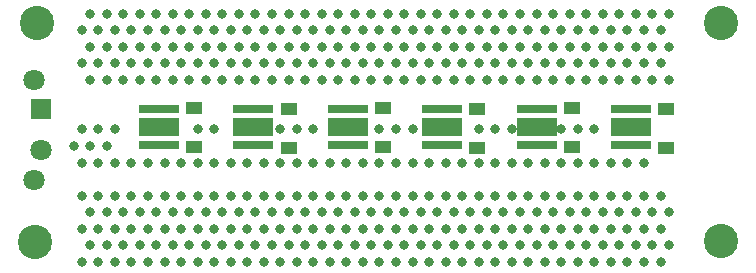
<source format=gts>
G04*
G04 #@! TF.GenerationSoftware,Altium Limited,Altium Designer,20.0.9 (164)*
G04*
G04 Layer_Color=8388736*
%FSLAX25Y25*%
%MOIN*%
G70*
G01*
G75*
%ADD15R,0.05603X0.04383*%
%ADD16R,0.13792X0.02769*%
%ADD17R,0.13792X0.05918*%
%ADD18C,0.11430*%
%ADD19R,0.07099X0.07099*%
%ADD20C,0.07099*%
%ADD21C,0.03162*%
%ADD22C,0.02769*%
D15*
X64961Y56614D02*
D03*
Y43701D02*
D03*
X222441Y56299D02*
D03*
Y43386D02*
D03*
X190945Y43701D02*
D03*
Y56614D02*
D03*
X159449Y56299D02*
D03*
Y43386D02*
D03*
X127953Y43701D02*
D03*
Y56614D02*
D03*
X96457Y56299D02*
D03*
Y43386D02*
D03*
D16*
X53150Y44488D02*
D03*
Y56299D02*
D03*
X84646Y44488D02*
D03*
Y56299D02*
D03*
X116142Y56299D02*
D03*
Y44488D02*
D03*
X147638Y44488D02*
D03*
Y56299D02*
D03*
X179134Y56299D02*
D03*
Y44488D02*
D03*
X210630Y44488D02*
D03*
Y56299D02*
D03*
D17*
X53150Y50394D02*
D03*
X84646D02*
D03*
X116142D02*
D03*
X147638D02*
D03*
X179134D02*
D03*
X210630D02*
D03*
D18*
X240500Y12500D02*
D03*
X12000Y12000D02*
D03*
X240500Y85000D02*
D03*
X12500D02*
D03*
D19*
X14000Y56406D02*
D03*
D20*
Y42626D02*
D03*
X11520Y66248D02*
D03*
Y32783D02*
D03*
D21*
X223228Y88189D02*
D03*
X220472Y82677D02*
D03*
X223228Y77165D02*
D03*
X220472Y71653D02*
D03*
X223228Y66142D02*
D03*
X220472Y27559D02*
D03*
X223228Y22047D02*
D03*
X220472Y16535D02*
D03*
X223228Y11024D02*
D03*
X220472Y5512D02*
D03*
X217717Y88189D02*
D03*
X214961Y82677D02*
D03*
X217717Y77165D02*
D03*
X214961Y71653D02*
D03*
X217717Y66142D02*
D03*
X214961Y38583D02*
D03*
Y27559D02*
D03*
X217717Y22047D02*
D03*
X214961Y16535D02*
D03*
X217717Y11024D02*
D03*
X214961Y5512D02*
D03*
X212205Y88189D02*
D03*
X209449Y82677D02*
D03*
X212205Y77165D02*
D03*
X209449Y71653D02*
D03*
X212205Y66142D02*
D03*
X209449Y38583D02*
D03*
Y27559D02*
D03*
X212205Y22047D02*
D03*
X209449Y16535D02*
D03*
X212205Y11024D02*
D03*
X209449Y5512D02*
D03*
X206693Y88189D02*
D03*
X203937Y82677D02*
D03*
X206693Y77165D02*
D03*
X203937Y71653D02*
D03*
X206693Y66142D02*
D03*
X203937Y38583D02*
D03*
Y27559D02*
D03*
X206693Y22047D02*
D03*
X203937Y16535D02*
D03*
X206693Y11024D02*
D03*
X203937Y5512D02*
D03*
X201181Y88189D02*
D03*
X198425Y82677D02*
D03*
X201181Y77165D02*
D03*
X198425Y71653D02*
D03*
X201181Y66142D02*
D03*
X198425Y49606D02*
D03*
Y38583D02*
D03*
Y27559D02*
D03*
X201181Y22047D02*
D03*
X198425Y16535D02*
D03*
X201181Y11024D02*
D03*
X198425Y5512D02*
D03*
X195669Y88189D02*
D03*
X192913Y82677D02*
D03*
X195669Y77165D02*
D03*
X192913Y71653D02*
D03*
X195669Y66142D02*
D03*
X192913Y49606D02*
D03*
Y38583D02*
D03*
Y27559D02*
D03*
X195669Y22047D02*
D03*
X192913Y16535D02*
D03*
X195669Y11024D02*
D03*
X192913Y5512D02*
D03*
X190157Y88189D02*
D03*
X187401Y82677D02*
D03*
X190157Y77165D02*
D03*
X187401Y71653D02*
D03*
X190157Y66142D02*
D03*
X187401Y49606D02*
D03*
Y38583D02*
D03*
Y27559D02*
D03*
X190157Y22047D02*
D03*
X187401Y16535D02*
D03*
X190157Y11024D02*
D03*
X187401Y5512D02*
D03*
X184646Y88189D02*
D03*
X181890Y82677D02*
D03*
X184646Y77165D02*
D03*
X181890Y71653D02*
D03*
X184646Y66142D02*
D03*
X181890Y38583D02*
D03*
Y27559D02*
D03*
X184646Y22047D02*
D03*
X181890Y16535D02*
D03*
X184646Y11024D02*
D03*
X181890Y5512D02*
D03*
X179134Y88189D02*
D03*
X176378Y82677D02*
D03*
X179134Y77165D02*
D03*
X176378Y71653D02*
D03*
X179134Y66142D02*
D03*
X176378Y38583D02*
D03*
Y27559D02*
D03*
X179134Y22047D02*
D03*
X176378Y16535D02*
D03*
X179134Y11024D02*
D03*
X176378Y5512D02*
D03*
X173622Y88189D02*
D03*
X170866Y82677D02*
D03*
X173622Y77165D02*
D03*
X170866Y71653D02*
D03*
X173622Y66142D02*
D03*
X170866Y49606D02*
D03*
Y38583D02*
D03*
Y27559D02*
D03*
X173622Y22047D02*
D03*
X170866Y16535D02*
D03*
X173622Y11024D02*
D03*
X170866Y5512D02*
D03*
X168110Y88189D02*
D03*
X165354Y82677D02*
D03*
X168110Y77165D02*
D03*
X165354Y71653D02*
D03*
X168110Y66142D02*
D03*
X165354Y49606D02*
D03*
Y38583D02*
D03*
Y27559D02*
D03*
X168110Y22047D02*
D03*
X165354Y16535D02*
D03*
X168110Y11024D02*
D03*
X165354Y5512D02*
D03*
X162598Y88189D02*
D03*
X159843Y82677D02*
D03*
X162598Y77165D02*
D03*
X159843Y71653D02*
D03*
X162598Y66142D02*
D03*
X159843Y49606D02*
D03*
Y38583D02*
D03*
Y27559D02*
D03*
X162598Y22047D02*
D03*
X159843Y16535D02*
D03*
X162598Y11024D02*
D03*
X159843Y5512D02*
D03*
X157087Y88189D02*
D03*
X154331Y82677D02*
D03*
X157087Y77165D02*
D03*
X154331Y71653D02*
D03*
X157087Y66142D02*
D03*
X154331Y38583D02*
D03*
Y27559D02*
D03*
X157087Y22047D02*
D03*
X154331Y16535D02*
D03*
X157087Y11024D02*
D03*
X154331Y5512D02*
D03*
X151575Y88189D02*
D03*
X148819Y82677D02*
D03*
X151575Y77165D02*
D03*
X148819Y71653D02*
D03*
X151575Y66142D02*
D03*
X148819Y38583D02*
D03*
Y27559D02*
D03*
X151575Y22047D02*
D03*
X148819Y16535D02*
D03*
X151575Y11024D02*
D03*
X148819Y5512D02*
D03*
X146063Y88189D02*
D03*
X143307Y82677D02*
D03*
X146063Y77165D02*
D03*
X143307Y71653D02*
D03*
X146063Y66142D02*
D03*
X143307Y38583D02*
D03*
Y27559D02*
D03*
X146063Y22047D02*
D03*
X143307Y16535D02*
D03*
X146063Y11024D02*
D03*
X143307Y5512D02*
D03*
X140551Y88189D02*
D03*
X137795Y82677D02*
D03*
X140551Y77165D02*
D03*
X137795Y71653D02*
D03*
X140551Y66142D02*
D03*
X137795Y49606D02*
D03*
Y38583D02*
D03*
Y27559D02*
D03*
X140551Y22047D02*
D03*
X137795Y16535D02*
D03*
X140551Y11024D02*
D03*
X137795Y5512D02*
D03*
X135039Y88189D02*
D03*
X132283Y82677D02*
D03*
X135039Y77165D02*
D03*
X132283Y71653D02*
D03*
X135039Y66142D02*
D03*
X132283Y49606D02*
D03*
Y38583D02*
D03*
Y27559D02*
D03*
X135039Y22047D02*
D03*
X132283Y16535D02*
D03*
X135039Y11024D02*
D03*
X132283Y5512D02*
D03*
X129527Y88189D02*
D03*
X126772Y82677D02*
D03*
X129527Y77165D02*
D03*
X126772Y71653D02*
D03*
X129527Y66142D02*
D03*
X126772Y49606D02*
D03*
Y38583D02*
D03*
Y27559D02*
D03*
X129527Y22047D02*
D03*
X126772Y16535D02*
D03*
X129527Y11024D02*
D03*
X126772Y5512D02*
D03*
X124016Y88189D02*
D03*
X121260Y82677D02*
D03*
X124016Y77165D02*
D03*
X121260Y71653D02*
D03*
X124016Y66142D02*
D03*
X121260Y38583D02*
D03*
Y27559D02*
D03*
X124016Y22047D02*
D03*
X121260Y16535D02*
D03*
X124016Y11024D02*
D03*
X121260Y5512D02*
D03*
X118504Y88189D02*
D03*
X115748Y82677D02*
D03*
X118504Y77165D02*
D03*
X115748Y71653D02*
D03*
X118504Y66142D02*
D03*
X115748Y38583D02*
D03*
Y27559D02*
D03*
X118504Y22047D02*
D03*
X115748Y16535D02*
D03*
X118504Y11024D02*
D03*
X115748Y5512D02*
D03*
X112992Y88189D02*
D03*
X110236Y82677D02*
D03*
X112992Y77165D02*
D03*
X110236Y71653D02*
D03*
X112992Y66142D02*
D03*
X110236Y38583D02*
D03*
Y27559D02*
D03*
X112992Y22047D02*
D03*
X110236Y16535D02*
D03*
X112992Y11024D02*
D03*
X110236Y5512D02*
D03*
X107480Y88189D02*
D03*
X104724Y82677D02*
D03*
X107480Y77165D02*
D03*
X104724Y71653D02*
D03*
X107480Y66142D02*
D03*
X104724Y49606D02*
D03*
Y38583D02*
D03*
Y27559D02*
D03*
X107480Y22047D02*
D03*
X104724Y16535D02*
D03*
X107480Y11024D02*
D03*
X104724Y5512D02*
D03*
X101969Y88189D02*
D03*
X99213Y82677D02*
D03*
X101969Y77165D02*
D03*
X99213Y71653D02*
D03*
X101969Y66142D02*
D03*
X99213Y49606D02*
D03*
Y38583D02*
D03*
Y27559D02*
D03*
X101969Y22047D02*
D03*
X99213Y16535D02*
D03*
X101969Y11024D02*
D03*
X99213Y5512D02*
D03*
X96457Y88189D02*
D03*
X93701Y82677D02*
D03*
X96457Y77165D02*
D03*
X93701Y71653D02*
D03*
X96457Y66142D02*
D03*
X93701Y49606D02*
D03*
Y38583D02*
D03*
Y27559D02*
D03*
X96457Y22047D02*
D03*
X93701Y16535D02*
D03*
X96457Y11024D02*
D03*
X93701Y5512D02*
D03*
X90945Y88189D02*
D03*
X88189Y82677D02*
D03*
X90945Y77165D02*
D03*
X88189Y71653D02*
D03*
X90945Y66142D02*
D03*
X88189Y38583D02*
D03*
Y27559D02*
D03*
X90945Y22047D02*
D03*
X88189Y16535D02*
D03*
X90945Y11024D02*
D03*
X88189Y5512D02*
D03*
X85433Y88189D02*
D03*
X82677Y82677D02*
D03*
X85433Y77165D02*
D03*
X82677Y71653D02*
D03*
X85433Y66142D02*
D03*
X82677Y38583D02*
D03*
Y27559D02*
D03*
X85433Y22047D02*
D03*
X82677Y16535D02*
D03*
X85433Y11024D02*
D03*
X82677Y5512D02*
D03*
X79921Y88189D02*
D03*
X77165Y82677D02*
D03*
X79921Y77165D02*
D03*
X77165Y71653D02*
D03*
X79921Y66142D02*
D03*
X77165Y38583D02*
D03*
Y27559D02*
D03*
X79921Y22047D02*
D03*
X77165Y16535D02*
D03*
X79921Y11024D02*
D03*
X77165Y5512D02*
D03*
X74409Y88189D02*
D03*
X71653Y82677D02*
D03*
X74409Y77165D02*
D03*
X71653Y71653D02*
D03*
X74409Y66142D02*
D03*
X71653Y49606D02*
D03*
Y38583D02*
D03*
Y27559D02*
D03*
X74409Y22047D02*
D03*
X71653Y16535D02*
D03*
X74409Y11024D02*
D03*
X71653Y5512D02*
D03*
X68898Y88189D02*
D03*
X66142Y82677D02*
D03*
X68898Y77165D02*
D03*
X66142Y71653D02*
D03*
X68898Y66142D02*
D03*
X66142Y49606D02*
D03*
Y38583D02*
D03*
Y27559D02*
D03*
X68898Y22047D02*
D03*
X66142Y16535D02*
D03*
X68898Y11024D02*
D03*
X66142Y5512D02*
D03*
X63386Y88189D02*
D03*
X60630Y82677D02*
D03*
X63386Y77165D02*
D03*
X60630Y71653D02*
D03*
X63386Y66142D02*
D03*
X60630Y38583D02*
D03*
Y27559D02*
D03*
X63386Y22047D02*
D03*
X60630Y16535D02*
D03*
X63386Y11024D02*
D03*
X60630Y5512D02*
D03*
X57874Y88189D02*
D03*
X55118Y82677D02*
D03*
X57874Y77165D02*
D03*
X55118Y71653D02*
D03*
X57874Y66142D02*
D03*
X55118Y38583D02*
D03*
Y27559D02*
D03*
X57874Y22047D02*
D03*
X55118Y16535D02*
D03*
X57874Y11024D02*
D03*
X55118Y5512D02*
D03*
X52362Y88189D02*
D03*
X49606Y82677D02*
D03*
X52362Y77165D02*
D03*
X49606Y71653D02*
D03*
X52362Y66142D02*
D03*
X49606Y38583D02*
D03*
Y27559D02*
D03*
X52362Y22047D02*
D03*
X49606Y16535D02*
D03*
X52362Y11024D02*
D03*
X49606Y5512D02*
D03*
X46850Y88189D02*
D03*
X44094Y82677D02*
D03*
X46850Y77165D02*
D03*
X44094Y71653D02*
D03*
X46850Y66142D02*
D03*
X44094Y38583D02*
D03*
Y27559D02*
D03*
X46850Y22047D02*
D03*
X44094Y16535D02*
D03*
X46850Y11024D02*
D03*
X44094Y5512D02*
D03*
X41339Y88189D02*
D03*
X38583Y82677D02*
D03*
X41339Y77165D02*
D03*
X38583Y71653D02*
D03*
X41339Y66142D02*
D03*
X38583Y49606D02*
D03*
Y38583D02*
D03*
Y27559D02*
D03*
X41339Y22047D02*
D03*
X38583Y16535D02*
D03*
X41339Y11024D02*
D03*
X38583Y5512D02*
D03*
X35827Y88189D02*
D03*
X33071Y82677D02*
D03*
X35827Y77165D02*
D03*
X33071Y71653D02*
D03*
X35827Y66142D02*
D03*
X33071Y49606D02*
D03*
X35827Y44094D02*
D03*
X33071Y38583D02*
D03*
Y27559D02*
D03*
X35827Y22047D02*
D03*
X33071Y16535D02*
D03*
X35827Y11024D02*
D03*
X33071Y5512D02*
D03*
X30315Y88189D02*
D03*
X27559Y82677D02*
D03*
X30315Y77165D02*
D03*
X27559Y71653D02*
D03*
X30315Y66142D02*
D03*
X27559Y49606D02*
D03*
X30315Y44094D02*
D03*
X27559Y38583D02*
D03*
Y27559D02*
D03*
X30315Y22047D02*
D03*
X27559Y16535D02*
D03*
X30315Y11024D02*
D03*
X27559Y5512D02*
D03*
X24803Y44094D02*
D03*
X48425Y50394D02*
D03*
X214961D02*
D03*
X205906D02*
D03*
X183465D02*
D03*
X174409D02*
D03*
X151969D02*
D03*
X142913D02*
D03*
X57480D02*
D03*
X120472D02*
D03*
X111417D02*
D03*
X79921D02*
D03*
D22*
X88976D02*
D03*
M02*

</source>
